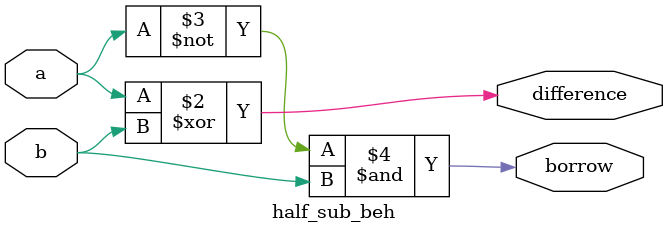
<source format=v>

module half_sub_beh( a , b , difference , borrow );

    input a ,b ;
    output reg difference , borrow ;

always @(*) begin
    
    difference = a ^ b;
    borrow = (~a) & b ;

end
endmodule

</source>
